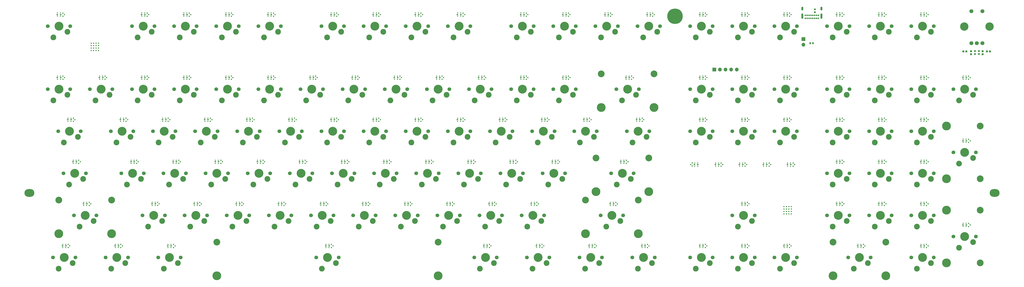
<source format=gts>
%TF.GenerationSoftware,KiCad,Pcbnew,(5.1.7)-1*%
%TF.CreationDate,2021-06-04T23:16:26-04:00*%
%TF.ProjectId,694200101,36393432-3030-4313-9031-2e6b69636164,rev?*%
%TF.SameCoordinates,Original*%
%TF.FileFunction,Soldermask,Top*%
%TF.FilePolarity,Negative*%
%FSLAX46Y46*%
G04 Gerber Fmt 4.6, Leading zero omitted, Abs format (unit mm)*
G04 Created by KiCad (PCBNEW (5.1.7)-1) date 2021-06-04 23:16:26*
%MOMM*%
%LPD*%
G01*
G04 APERTURE LIST*
%ADD10O,0.900000X1.700000*%
%ADD11O,0.900000X2.400000*%
%ADD12C,0.700000*%
%ADD13C,3.786000*%
%ADD14C,1.800000*%
%ADD15C,0.550000*%
%ADD16C,0.558800*%
%ADD17R,0.700000X0.500000*%
%ADD18R,0.550000X0.400000*%
%ADD19C,2.600000*%
%ADD20C,4.000000*%
%ADD21C,1.700000*%
%ADD22O,1.700000X1.700000*%
%ADD23R,1.700000X1.700000*%
%ADD24C,3.987800*%
%ADD25C,3.048000*%
%ADD26C,7.000000*%
%ADD27C,3.900000*%
%ADD28O,4.500000X3.500000*%
%ADD29R,0.812132X0.708142*%
%ADD30R,0.758142X0.812132*%
%ADD31R,0.862132X0.690831*%
%ADD32R,0.930000X0.970000*%
%ADD33R,0.970000X0.930000*%
G04 APERTURE END LIST*
D10*
%TO.C,J1*%
X359344000Y-1609000D03*
X350694000Y-1609000D03*
D11*
X359344000Y-4989000D03*
X350694000Y-4989000D03*
D12*
X355444000Y-4619000D03*
X357994000Y-4619000D03*
X357144000Y-4619000D03*
X356294000Y-4619000D03*
X352044000Y-4619000D03*
X353744000Y-4619000D03*
X354594000Y-4619000D03*
X352894000Y-4619000D03*
X357994000Y-5969000D03*
X357144000Y-5969000D03*
X356294000Y-5969000D03*
X355444000Y-5969000D03*
X354594000Y-5969000D03*
X353744000Y-5969000D03*
X352894000Y-5969000D03*
X352044000Y-5969000D03*
%TD*%
D13*
%TO.C,ENC1*%
X435305600Y-9724600D03*
X423905600Y-9724600D03*
D14*
X429605600Y-17224600D03*
X432105600Y-17224600D03*
X427105600Y-17224600D03*
X432105600Y-2724600D03*
X427105600Y-2724600D03*
%TD*%
D15*
%TO.C,U6*%
X342351999Y-91212400D03*
X343451999Y-91212400D03*
X344551999Y-91212400D03*
X345651999Y-91212400D03*
X342351999Y-92312400D03*
X343451999Y-92312400D03*
X344551999Y-92312400D03*
X345651999Y-92312400D03*
X342351999Y-93412400D03*
X343451999Y-93412400D03*
X344551999Y-93412400D03*
X345651999Y-93412400D03*
X342351999Y-94512400D03*
X343451999Y-94512400D03*
X344551999Y-94512400D03*
X345651999Y-94512400D03*
%TD*%
%TO.C,U5*%
X32384000Y-17273000D03*
X32384000Y-18373000D03*
X32384000Y-19473000D03*
X32384000Y-20573000D03*
X31284000Y-17273000D03*
X31284000Y-18373000D03*
X31284000Y-19473000D03*
X31284000Y-20573000D03*
X30184000Y-17273000D03*
X30184000Y-18373000D03*
X30184000Y-19473000D03*
X30184000Y-20573000D03*
X29084000Y-17273000D03*
X29084000Y-18373000D03*
X29084000Y-19473000D03*
X29084000Y-20573000D03*
%TD*%
D16*
%TO.C,D124*%
X68712500Y-71712000D03*
X69412500Y-70950000D03*
X68712500Y-70250000D03*
D17*
X66162500Y-70950000D03*
X67662500Y-70950000D03*
D18*
X66237500Y-71675000D03*
X67587500Y-71675000D03*
X66237500Y-70225000D03*
X67587500Y-70225000D03*
%TD*%
D16*
%TO.C,D220*%
X313964550Y-72962000D03*
X314664550Y-72200000D03*
X313964550Y-71500000D03*
D17*
X311414550Y-72200000D03*
X312914550Y-72200000D03*
D18*
X311489550Y-72925000D03*
X312839550Y-72925000D03*
X311489550Y-71475000D03*
X312839550Y-71475000D03*
%TD*%
D16*
%TO.C,D219*%
X406850000Y-5037000D03*
X407550000Y-4275000D03*
X406850000Y-3575000D03*
D17*
X404300000Y-4275000D03*
X405800000Y-4275000D03*
D18*
X404375000Y-5000000D03*
X405725000Y-5000000D03*
X404375000Y-3550000D03*
X405725000Y-3550000D03*
%TD*%
D16*
%TO.C,D218*%
X344937500Y-109812000D03*
X345637500Y-109050000D03*
X344937500Y-108350000D03*
D17*
X342387500Y-109050000D03*
X343887500Y-109050000D03*
D18*
X342462500Y-109775000D03*
X343812500Y-109775000D03*
X342462500Y-108325000D03*
X343812500Y-108325000D03*
%TD*%
D16*
%TO.C,D217*%
X300900000Y-71438000D03*
X300200000Y-72200000D03*
X300900000Y-72900000D03*
D17*
X303450000Y-72200000D03*
X301950000Y-72200000D03*
D18*
X303375000Y-71475000D03*
X302025000Y-71475000D03*
X303375000Y-72925000D03*
X302025000Y-72925000D03*
%TD*%
D16*
%TO.C,D216*%
X324809699Y-72962000D03*
X325509699Y-72200000D03*
X324809699Y-71500000D03*
D17*
X322259699Y-72200000D03*
X323759699Y-72200000D03*
D18*
X322334699Y-72925000D03*
X323684699Y-72925000D03*
X322334699Y-71475000D03*
X323684699Y-71475000D03*
%TD*%
D16*
%TO.C,D215*%
X387800000Y-5037000D03*
X388500000Y-4275000D03*
X387800000Y-3575000D03*
D17*
X385250000Y-4275000D03*
X386750000Y-4275000D03*
D18*
X385325000Y-5000000D03*
X386675000Y-5000000D03*
X385325000Y-3550000D03*
X386675000Y-3550000D03*
%TD*%
D16*
%TO.C,D214*%
X325887500Y-109812000D03*
X326587500Y-109050000D03*
X325887500Y-108350000D03*
D17*
X323337500Y-109050000D03*
X324837500Y-109050000D03*
D18*
X323412500Y-109775000D03*
X324762500Y-109775000D03*
X323412500Y-108325000D03*
X324762500Y-108325000D03*
%TD*%
D16*
%TO.C,D213*%
X325887500Y-90762000D03*
X326587500Y-90000000D03*
X325887500Y-89300000D03*
D17*
X323337500Y-90000000D03*
X324837500Y-90000000D03*
D18*
X323412500Y-90725000D03*
X324762500Y-90725000D03*
X323412500Y-89275000D03*
X324762500Y-89275000D03*
%TD*%
D16*
%TO.C,D212*%
X335654848Y-72962000D03*
X336354848Y-72200000D03*
X335654848Y-71500000D03*
D17*
X333104848Y-72200000D03*
X334604848Y-72200000D03*
D18*
X333179848Y-72925000D03*
X334529848Y-72925000D03*
X333179848Y-71475000D03*
X334529848Y-71475000D03*
%TD*%
D16*
%TO.C,D211*%
X368750000Y-5037000D03*
X369450000Y-4275000D03*
X368750000Y-3575000D03*
D17*
X366200000Y-4275000D03*
X367700000Y-4275000D03*
D18*
X366275000Y-5000000D03*
X367625000Y-5000000D03*
X366275000Y-3550000D03*
X367625000Y-3550000D03*
%TD*%
D16*
%TO.C,D210*%
X306837500Y-109812000D03*
X307537500Y-109050000D03*
X306837500Y-108350000D03*
D17*
X304287500Y-109050000D03*
X305787500Y-109050000D03*
D18*
X304362500Y-109775000D03*
X305712500Y-109775000D03*
X304362500Y-108325000D03*
X305712500Y-108325000D03*
%TD*%
D16*
%TO.C,D209*%
X266356250Y-90762000D03*
X267056250Y-90000000D03*
X266356250Y-89300000D03*
D17*
X263806250Y-90000000D03*
X265306250Y-90000000D03*
D18*
X263881250Y-90725000D03*
X265231250Y-90725000D03*
X263881250Y-89275000D03*
X265231250Y-89275000D03*
%TD*%
D16*
%TO.C,D208*%
X346500000Y-72962000D03*
X347200000Y-72200000D03*
X346500000Y-71500000D03*
D17*
X343950000Y-72200000D03*
X345450000Y-72200000D03*
D18*
X344025000Y-72925000D03*
X345375000Y-72925000D03*
X344025000Y-71475000D03*
X345375000Y-71475000D03*
%TD*%
D16*
%TO.C,D207*%
X368750000Y-33612000D03*
X369450000Y-32850000D03*
X368750000Y-32150000D03*
D17*
X366200000Y-32850000D03*
X367700000Y-32850000D03*
D18*
X366275000Y-33575000D03*
X367625000Y-33575000D03*
X366275000Y-32125000D03*
X367625000Y-32125000D03*
%TD*%
D16*
%TO.C,D206*%
X280643750Y-109812000D03*
X281343750Y-109050000D03*
X280643750Y-108350000D03*
D17*
X278093750Y-109050000D03*
X279593750Y-109050000D03*
D18*
X278168750Y-109775000D03*
X279518750Y-109775000D03*
X278168750Y-108325000D03*
X279518750Y-108325000D03*
%TD*%
D16*
%TO.C,D205*%
X230637500Y-90762000D03*
X231337500Y-90000000D03*
X230637500Y-89300000D03*
D17*
X228087500Y-90000000D03*
X229587500Y-90000000D03*
D18*
X228162500Y-90725000D03*
X229512500Y-90725000D03*
X228162500Y-89275000D03*
X229512500Y-89275000D03*
%TD*%
D16*
%TO.C,D204*%
X425900000Y-33612000D03*
X426600000Y-32850000D03*
X425900000Y-32150000D03*
D17*
X423350000Y-32850000D03*
X424850000Y-32850000D03*
D18*
X423425000Y-33575000D03*
X424775000Y-33575000D03*
X423425000Y-32125000D03*
X424775000Y-32125000D03*
%TD*%
D16*
%TO.C,D203*%
X387800000Y-33612000D03*
X388500000Y-32850000D03*
X387800000Y-32150000D03*
D17*
X385250000Y-32850000D03*
X386750000Y-32850000D03*
D18*
X385325000Y-33575000D03*
X386675000Y-33575000D03*
X385325000Y-32125000D03*
X386675000Y-32125000D03*
%TD*%
D16*
%TO.C,D202*%
X256831250Y-109812000D03*
X257531250Y-109050000D03*
X256831250Y-108350000D03*
D17*
X254281250Y-109050000D03*
X255781250Y-109050000D03*
D18*
X254356250Y-109775000D03*
X255706250Y-109775000D03*
X254356250Y-108325000D03*
X255706250Y-108325000D03*
%TD*%
D16*
%TO.C,D201*%
X211587500Y-90762000D03*
X212287500Y-90000000D03*
X211587500Y-89300000D03*
D17*
X209037500Y-90000000D03*
X210537500Y-90000000D03*
D18*
X209112500Y-90725000D03*
X210462500Y-90725000D03*
X209112500Y-89275000D03*
X210462500Y-89275000D03*
%TD*%
D16*
%TO.C,D200*%
X378275000Y-109812000D03*
X378975000Y-109050000D03*
X378275000Y-108350000D03*
D17*
X375725000Y-109050000D03*
X377225000Y-109050000D03*
D18*
X375800000Y-109775000D03*
X377150000Y-109775000D03*
X375800000Y-108325000D03*
X377150000Y-108325000D03*
%TD*%
D16*
%TO.C,D199*%
X368750000Y-52662000D03*
X369450000Y-51900000D03*
X368750000Y-51200000D03*
D17*
X366200000Y-51900000D03*
X367700000Y-51900000D03*
D18*
X366275000Y-52625000D03*
X367625000Y-52625000D03*
X366275000Y-51175000D03*
X367625000Y-51175000D03*
%TD*%
D16*
%TO.C,D198*%
X233018750Y-109812000D03*
X233718750Y-109050000D03*
X233018750Y-108350000D03*
D17*
X230468750Y-109050000D03*
X231968750Y-109050000D03*
D18*
X230543750Y-109775000D03*
X231893750Y-109775000D03*
X230543750Y-108325000D03*
X231893750Y-108325000D03*
%TD*%
D16*
%TO.C,D197*%
X192537500Y-90762000D03*
X193237500Y-90000000D03*
X192537500Y-89300000D03*
D17*
X189987500Y-90000000D03*
X191487500Y-90000000D03*
D18*
X190062500Y-90725000D03*
X191412500Y-90725000D03*
X190062500Y-89275000D03*
X191412500Y-89275000D03*
%TD*%
D16*
%TO.C,D196*%
X425900000Y-62187000D03*
X426600000Y-61425000D03*
X425900000Y-60725000D03*
D17*
X423350000Y-61425000D03*
X424850000Y-61425000D03*
D18*
X423425000Y-62150000D03*
X424775000Y-62150000D03*
X423425000Y-60700000D03*
X424775000Y-60700000D03*
%TD*%
D16*
%TO.C,D195*%
X406850000Y-52662000D03*
X407550000Y-51900000D03*
X406850000Y-51200000D03*
D17*
X404300000Y-51900000D03*
X405800000Y-51900000D03*
D18*
X404375000Y-52625000D03*
X405725000Y-52625000D03*
X404375000Y-51175000D03*
X405725000Y-51175000D03*
%TD*%
D16*
%TO.C,D194*%
X209206250Y-109812000D03*
X209906250Y-109050000D03*
X209206250Y-108350000D03*
D17*
X206656250Y-109050000D03*
X208156250Y-109050000D03*
D18*
X206731250Y-109775000D03*
X208081250Y-109775000D03*
X206731250Y-108325000D03*
X208081250Y-108325000D03*
%TD*%
D16*
%TO.C,D193*%
X173487500Y-90762000D03*
X174187500Y-90000000D03*
X173487500Y-89300000D03*
D17*
X170937500Y-90000000D03*
X172437500Y-90000000D03*
D18*
X171012500Y-90725000D03*
X172362500Y-90725000D03*
X171012500Y-89275000D03*
X172362500Y-89275000D03*
%TD*%
D16*
%TO.C,D192*%
X425900000Y-100287000D03*
X426600000Y-99525000D03*
X425900000Y-98825000D03*
D17*
X423350000Y-99525000D03*
X424850000Y-99525000D03*
D18*
X423425000Y-100250000D03*
X424775000Y-100250000D03*
X423425000Y-98800000D03*
X424775000Y-98800000D03*
%TD*%
D16*
%TO.C,D191*%
X387800000Y-52662000D03*
X388500000Y-51900000D03*
X387800000Y-51200000D03*
D17*
X385250000Y-51900000D03*
X386750000Y-51900000D03*
D18*
X385325000Y-52625000D03*
X386675000Y-52625000D03*
X385325000Y-51175000D03*
X386675000Y-51175000D03*
%TD*%
D16*
%TO.C,D190*%
X137768750Y-109812000D03*
X138468750Y-109050000D03*
X137768750Y-108350000D03*
D17*
X135218750Y-109050000D03*
X136718750Y-109050000D03*
D18*
X135293750Y-109775000D03*
X136643750Y-109775000D03*
X135293750Y-108325000D03*
X136643750Y-108325000D03*
%TD*%
D16*
%TO.C,D189*%
X154437500Y-90762000D03*
X155137500Y-90000000D03*
X154437500Y-89300000D03*
D17*
X151887500Y-90000000D03*
X153387500Y-90000000D03*
D18*
X151962500Y-90725000D03*
X153312500Y-90725000D03*
X151962500Y-89275000D03*
X153312500Y-89275000D03*
%TD*%
D16*
%TO.C,D188*%
X406850000Y-109812000D03*
X407550000Y-109050000D03*
X406850000Y-108350000D03*
D17*
X404300000Y-109050000D03*
X405800000Y-109050000D03*
D18*
X404375000Y-109775000D03*
X405725000Y-109775000D03*
X404375000Y-108325000D03*
X405725000Y-108325000D03*
%TD*%
D16*
%TO.C,D187*%
X406850000Y-33612000D03*
X407550000Y-32850000D03*
X406850000Y-32150000D03*
D17*
X404300000Y-32850000D03*
X405800000Y-32850000D03*
D18*
X404375000Y-33575000D03*
X405725000Y-33575000D03*
X404375000Y-32125000D03*
X405725000Y-32125000D03*
%TD*%
D16*
%TO.C,D186*%
X116337500Y-90762000D03*
X117037500Y-90000000D03*
X116337500Y-89300000D03*
D17*
X113787500Y-90000000D03*
X115287500Y-90000000D03*
D18*
X113862500Y-90725000D03*
X115212500Y-90725000D03*
X113862500Y-89275000D03*
X115212500Y-89275000D03*
%TD*%
D16*
%TO.C,D185*%
X135387500Y-90762000D03*
X136087500Y-90000000D03*
X135387500Y-89300000D03*
D17*
X132837500Y-90000000D03*
X134337500Y-90000000D03*
D18*
X132912500Y-90725000D03*
X134262500Y-90725000D03*
X132912500Y-89275000D03*
X134262500Y-89275000D03*
%TD*%
D16*
%TO.C,D184*%
X406850000Y-90762000D03*
X407550000Y-90000000D03*
X406850000Y-89300000D03*
D17*
X404300000Y-90000000D03*
X405800000Y-90000000D03*
D18*
X404375000Y-90725000D03*
X405725000Y-90725000D03*
X404375000Y-89275000D03*
X405725000Y-89275000D03*
%TD*%
D16*
%TO.C,D183*%
X406850000Y-71712000D03*
X407550000Y-70950000D03*
X406850000Y-70250000D03*
D17*
X404300000Y-70950000D03*
X405800000Y-70950000D03*
D18*
X404375000Y-71675000D03*
X405725000Y-71675000D03*
X404375000Y-70225000D03*
X405725000Y-70225000D03*
%TD*%
D16*
%TO.C,D182*%
X66331250Y-109812000D03*
X67031250Y-109050000D03*
X66331250Y-108350000D03*
D17*
X63781250Y-109050000D03*
X65281250Y-109050000D03*
D18*
X63856250Y-109775000D03*
X65206250Y-109775000D03*
X63856250Y-108325000D03*
X65206250Y-108325000D03*
%TD*%
D16*
%TO.C,D181*%
X97287500Y-90762000D03*
X97987500Y-90000000D03*
X97287500Y-89300000D03*
D17*
X94737500Y-90000000D03*
X96237500Y-90000000D03*
D18*
X94812500Y-90725000D03*
X96162500Y-90725000D03*
X94812500Y-89275000D03*
X96162500Y-89275000D03*
%TD*%
D16*
%TO.C,D180*%
X387800000Y-90762000D03*
X388500000Y-90000000D03*
X387800000Y-89300000D03*
D17*
X385250000Y-90000000D03*
X386750000Y-90000000D03*
D18*
X385325000Y-90725000D03*
X386675000Y-90725000D03*
X385325000Y-89275000D03*
X386675000Y-89275000D03*
%TD*%
D16*
%TO.C,D179*%
X387800000Y-71712000D03*
X388500000Y-70950000D03*
X387800000Y-70250000D03*
D17*
X385250000Y-70950000D03*
X386750000Y-70950000D03*
D18*
X385325000Y-71675000D03*
X386675000Y-71675000D03*
X385325000Y-70225000D03*
X386675000Y-70225000D03*
%TD*%
D16*
%TO.C,D178*%
X42518750Y-109812000D03*
X43218750Y-109050000D03*
X42518750Y-108350000D03*
D17*
X39968750Y-109050000D03*
X41468750Y-109050000D03*
D18*
X40043750Y-109775000D03*
X41393750Y-109775000D03*
X40043750Y-108325000D03*
X41393750Y-108325000D03*
%TD*%
D16*
%TO.C,D177*%
X78237500Y-90762000D03*
X78937500Y-90000000D03*
X78237500Y-89300000D03*
D17*
X75687500Y-90000000D03*
X77187500Y-90000000D03*
D18*
X75762500Y-90725000D03*
X77112500Y-90725000D03*
X75762500Y-89275000D03*
X77112500Y-89275000D03*
%TD*%
D16*
%TO.C,D176*%
X368750000Y-90762000D03*
X369450000Y-90000000D03*
X368750000Y-89300000D03*
D17*
X366200000Y-90000000D03*
X367700000Y-90000000D03*
D18*
X366275000Y-90725000D03*
X367625000Y-90725000D03*
X366275000Y-89275000D03*
X367625000Y-89275000D03*
%TD*%
D16*
%TO.C,D175*%
X368750000Y-71712000D03*
X369450000Y-70950000D03*
X368750000Y-70250000D03*
D17*
X366200000Y-70950000D03*
X367700000Y-70950000D03*
D18*
X366275000Y-71675000D03*
X367625000Y-71675000D03*
X366275000Y-70225000D03*
X367625000Y-70225000D03*
%TD*%
D16*
%TO.C,D174*%
X18706250Y-109812000D03*
X19406250Y-109050000D03*
X18706250Y-108350000D03*
D17*
X16156250Y-109050000D03*
X17656250Y-109050000D03*
D18*
X16231250Y-109775000D03*
X17581250Y-109775000D03*
X16231250Y-108325000D03*
X17581250Y-108325000D03*
%TD*%
D16*
%TO.C,D173*%
X59187500Y-90762000D03*
X59887500Y-90000000D03*
X59187500Y-89300000D03*
D17*
X56637500Y-90000000D03*
X58137500Y-90000000D03*
D18*
X56712500Y-90725000D03*
X58062500Y-90725000D03*
X56712500Y-89275000D03*
X58062500Y-89275000D03*
%TD*%
D16*
%TO.C,D172*%
X344937500Y-33612000D03*
X345637500Y-32850000D03*
X344937500Y-32150000D03*
D17*
X342387500Y-32850000D03*
X343887500Y-32850000D03*
D18*
X342462500Y-33575000D03*
X343812500Y-33575000D03*
X342462500Y-32125000D03*
X343812500Y-32125000D03*
%TD*%
D16*
%TO.C,D171*%
X325887500Y-52662000D03*
X326587500Y-51900000D03*
X325887500Y-51200000D03*
D17*
X323337500Y-51900000D03*
X324837500Y-51900000D03*
D18*
X323412500Y-52625000D03*
X324762500Y-52625000D03*
X323412500Y-51175000D03*
X324762500Y-51175000D03*
%TD*%
D16*
%TO.C,D170*%
X325887500Y-33612000D03*
X326587500Y-32850000D03*
X325887500Y-32150000D03*
D17*
X323337500Y-32850000D03*
X324837500Y-32850000D03*
D18*
X323412500Y-33575000D03*
X324762500Y-33575000D03*
X323412500Y-32125000D03*
X324762500Y-32125000D03*
%TD*%
D16*
%TO.C,D169*%
X344937500Y-5037000D03*
X345637500Y-4275000D03*
X344937500Y-3575000D03*
D17*
X342387500Y-4275000D03*
X343887500Y-4275000D03*
D18*
X342462500Y-5000000D03*
X343812500Y-5000000D03*
X342462500Y-3550000D03*
X343812500Y-3550000D03*
%TD*%
D16*
%TO.C,D168*%
X344937500Y-52662000D03*
X345637500Y-51900000D03*
X344937500Y-51200000D03*
D17*
X342387500Y-51900000D03*
X343887500Y-51900000D03*
D18*
X342462500Y-52625000D03*
X343812500Y-52625000D03*
X342462500Y-51175000D03*
X343812500Y-51175000D03*
%TD*%
D16*
%TO.C,D167*%
X306837500Y-52662000D03*
X307537500Y-51900000D03*
X306837500Y-51200000D03*
D17*
X304287500Y-51900000D03*
X305787500Y-51900000D03*
D18*
X304362500Y-52625000D03*
X305712500Y-52625000D03*
X304362500Y-51175000D03*
X305712500Y-51175000D03*
%TD*%
D16*
%TO.C,D166*%
X306837500Y-33612000D03*
X307537500Y-32850000D03*
X306837500Y-32150000D03*
D17*
X304287500Y-32850000D03*
X305787500Y-32850000D03*
D18*
X304362500Y-33575000D03*
X305712500Y-33575000D03*
X304362500Y-32125000D03*
X305712500Y-32125000D03*
%TD*%
D16*
%TO.C,D165*%
X325887500Y-5037000D03*
X326587500Y-4275000D03*
X325887500Y-3575000D03*
D17*
X323337500Y-4275000D03*
X324837500Y-4275000D03*
D18*
X323412500Y-5000000D03*
X324762500Y-5000000D03*
X323412500Y-3550000D03*
X324762500Y-3550000D03*
%TD*%
D16*
%TO.C,D164*%
X271118750Y-71712000D03*
X271818750Y-70950000D03*
X271118750Y-70250000D03*
D17*
X268568750Y-70950000D03*
X270068750Y-70950000D03*
D18*
X268643750Y-71675000D03*
X269993750Y-71675000D03*
X268643750Y-70225000D03*
X269993750Y-70225000D03*
%TD*%
D16*
%TO.C,D163*%
X278262500Y-52662000D03*
X278962500Y-51900000D03*
X278262500Y-51200000D03*
D17*
X275712500Y-51900000D03*
X277212500Y-51900000D03*
D18*
X275787500Y-52625000D03*
X277137500Y-52625000D03*
X275787500Y-51175000D03*
X277137500Y-51175000D03*
%TD*%
D16*
%TO.C,D162*%
X273500000Y-33612000D03*
X274200000Y-32850000D03*
X273500000Y-32150000D03*
D17*
X270950000Y-32850000D03*
X272450000Y-32850000D03*
D18*
X271025000Y-33575000D03*
X272375000Y-33575000D03*
X271025000Y-32125000D03*
X272375000Y-32125000D03*
%TD*%
D16*
%TO.C,D161*%
X306837500Y-5037000D03*
X307537500Y-4275000D03*
X306837500Y-3575000D03*
D17*
X304287500Y-4275000D03*
X305787500Y-4275000D03*
D18*
X304362500Y-5000000D03*
X305712500Y-5000000D03*
X304362500Y-3550000D03*
X305712500Y-3550000D03*
%TD*%
D16*
%TO.C,D160*%
X240162500Y-71712000D03*
X240862500Y-70950000D03*
X240162500Y-70250000D03*
D17*
X237612500Y-70950000D03*
X239112500Y-70950000D03*
D18*
X237687500Y-71675000D03*
X239037500Y-71675000D03*
X237687500Y-70225000D03*
X239037500Y-70225000D03*
%TD*%
D16*
%TO.C,D159*%
X254450000Y-52662000D03*
X255150000Y-51900000D03*
X254450000Y-51200000D03*
D17*
X251900000Y-51900000D03*
X253400000Y-51900000D03*
D18*
X251975000Y-52625000D03*
X253325000Y-52625000D03*
X251975000Y-51175000D03*
X253325000Y-51175000D03*
%TD*%
D16*
%TO.C,D158*%
X244925000Y-33612000D03*
X245625000Y-32850000D03*
X244925000Y-32150000D03*
D17*
X242375000Y-32850000D03*
X243875000Y-32850000D03*
D18*
X242450000Y-33575000D03*
X243800000Y-33575000D03*
X242450000Y-32125000D03*
X243800000Y-32125000D03*
%TD*%
D16*
%TO.C,D157*%
X283025000Y-5037000D03*
X283725000Y-4275000D03*
X283025000Y-3575000D03*
D17*
X280475000Y-4275000D03*
X281975000Y-4275000D03*
D18*
X280550000Y-5000000D03*
X281900000Y-5000000D03*
X280550000Y-3550000D03*
X281900000Y-3550000D03*
%TD*%
D16*
%TO.C,D156*%
X221112500Y-71712000D03*
X221812500Y-70950000D03*
X221112500Y-70250000D03*
D17*
X218562500Y-70950000D03*
X220062500Y-70950000D03*
D18*
X218637500Y-71675000D03*
X219987500Y-71675000D03*
X218637500Y-70225000D03*
X219987500Y-70225000D03*
%TD*%
D16*
%TO.C,D155*%
X235400000Y-52662000D03*
X236100000Y-51900000D03*
X235400000Y-51200000D03*
D17*
X232850000Y-51900000D03*
X234350000Y-51900000D03*
D18*
X232925000Y-52625000D03*
X234275000Y-52625000D03*
X232925000Y-51175000D03*
X234275000Y-51175000D03*
%TD*%
D16*
%TO.C,D154*%
X225875000Y-33612000D03*
X226575000Y-32850000D03*
X225875000Y-32150000D03*
D17*
X223325000Y-32850000D03*
X224825000Y-32850000D03*
D18*
X223400000Y-33575000D03*
X224750000Y-33575000D03*
X223400000Y-32125000D03*
X224750000Y-32125000D03*
%TD*%
D16*
%TO.C,D153*%
X263975000Y-5037000D03*
X264675000Y-4275000D03*
X263975000Y-3575000D03*
D17*
X261425000Y-4275000D03*
X262925000Y-4275000D03*
D18*
X261500000Y-5000000D03*
X262850000Y-5000000D03*
X261500000Y-3550000D03*
X262850000Y-3550000D03*
%TD*%
D16*
%TO.C,D152*%
X202062500Y-71712000D03*
X202762500Y-70950000D03*
X202062500Y-70250000D03*
D17*
X199512500Y-70950000D03*
X201012500Y-70950000D03*
D18*
X199587500Y-71675000D03*
X200937500Y-71675000D03*
X199587500Y-70225000D03*
X200937500Y-70225000D03*
%TD*%
D16*
%TO.C,D151*%
X216350000Y-52662000D03*
X217050000Y-51900000D03*
X216350000Y-51200000D03*
D17*
X213800000Y-51900000D03*
X215300000Y-51900000D03*
D18*
X213875000Y-52625000D03*
X215225000Y-52625000D03*
X213875000Y-51175000D03*
X215225000Y-51175000D03*
%TD*%
D16*
%TO.C,D150*%
X206825000Y-33612000D03*
X207525000Y-32850000D03*
X206825000Y-32150000D03*
D17*
X204275000Y-32850000D03*
X205775000Y-32850000D03*
D18*
X204350000Y-33575000D03*
X205700000Y-33575000D03*
X204350000Y-32125000D03*
X205700000Y-32125000D03*
%TD*%
D16*
%TO.C,D149*%
X244925000Y-5037000D03*
X245625000Y-4275000D03*
X244925000Y-3575000D03*
D17*
X242375000Y-4275000D03*
X243875000Y-4275000D03*
D18*
X242450000Y-5000000D03*
X243800000Y-5000000D03*
X242450000Y-3550000D03*
X243800000Y-3550000D03*
%TD*%
D16*
%TO.C,D148*%
X183012500Y-71712000D03*
X183712500Y-70950000D03*
X183012500Y-70250000D03*
D17*
X180462500Y-70950000D03*
X181962500Y-70950000D03*
D18*
X180537500Y-71675000D03*
X181887500Y-71675000D03*
X180537500Y-70225000D03*
X181887500Y-70225000D03*
%TD*%
D16*
%TO.C,D147*%
X197300000Y-52662000D03*
X198000000Y-51900000D03*
X197300000Y-51200000D03*
D17*
X194750000Y-51900000D03*
X196250000Y-51900000D03*
D18*
X194825000Y-52625000D03*
X196175000Y-52625000D03*
X194825000Y-51175000D03*
X196175000Y-51175000D03*
%TD*%
D16*
%TO.C,D146*%
X187775000Y-33612000D03*
X188475000Y-32850000D03*
X187775000Y-32150000D03*
D17*
X185225000Y-32850000D03*
X186725000Y-32850000D03*
D18*
X185300000Y-33575000D03*
X186650000Y-33575000D03*
X185300000Y-32125000D03*
X186650000Y-32125000D03*
%TD*%
D16*
%TO.C,D145*%
X225875000Y-5037000D03*
X226575000Y-4275000D03*
X225875000Y-3575000D03*
D17*
X223325000Y-4275000D03*
X224825000Y-4275000D03*
D18*
X223400000Y-5000000D03*
X224750000Y-5000000D03*
X223400000Y-3550000D03*
X224750000Y-3550000D03*
%TD*%
D16*
%TO.C,D144*%
X163962500Y-71712000D03*
X164662500Y-70950000D03*
X163962500Y-70250000D03*
D17*
X161412500Y-70950000D03*
X162912500Y-70950000D03*
D18*
X161487500Y-71675000D03*
X162837500Y-71675000D03*
X161487500Y-70225000D03*
X162837500Y-70225000D03*
%TD*%
D16*
%TO.C,D143*%
X178250000Y-52662000D03*
X178950000Y-51900000D03*
X178250000Y-51200000D03*
D17*
X175700000Y-51900000D03*
X177200000Y-51900000D03*
D18*
X175775000Y-52625000D03*
X177125000Y-52625000D03*
X175775000Y-51175000D03*
X177125000Y-51175000D03*
%TD*%
D16*
%TO.C,D142*%
X168725000Y-33612000D03*
X169425000Y-32850000D03*
X168725000Y-32150000D03*
D17*
X166175000Y-32850000D03*
X167675000Y-32850000D03*
D18*
X166250000Y-33575000D03*
X167600000Y-33575000D03*
X166250000Y-32125000D03*
X167600000Y-32125000D03*
%TD*%
D16*
%TO.C,D141*%
X197300000Y-5037000D03*
X198000000Y-4275000D03*
X197300000Y-3575000D03*
D17*
X194750000Y-4275000D03*
X196250000Y-4275000D03*
D18*
X194825000Y-5000000D03*
X196175000Y-5000000D03*
X194825000Y-3550000D03*
X196175000Y-3550000D03*
%TD*%
D16*
%TO.C,D140*%
X144912500Y-71712000D03*
X145612500Y-70950000D03*
X144912500Y-70250000D03*
D17*
X142362500Y-70950000D03*
X143862500Y-70950000D03*
D18*
X142437500Y-71675000D03*
X143787500Y-71675000D03*
X142437500Y-70225000D03*
X143787500Y-70225000D03*
%TD*%
D16*
%TO.C,D139*%
X159200000Y-52662000D03*
X159900000Y-51900000D03*
X159200000Y-51200000D03*
D17*
X156650000Y-51900000D03*
X158150000Y-51900000D03*
D18*
X156725000Y-52625000D03*
X158075000Y-52625000D03*
X156725000Y-51175000D03*
X158075000Y-51175000D03*
%TD*%
D16*
%TO.C,D138*%
X149675000Y-33612000D03*
X150375000Y-32850000D03*
X149675000Y-32150000D03*
D17*
X147125000Y-32850000D03*
X148625000Y-32850000D03*
D18*
X147200000Y-33575000D03*
X148550000Y-33575000D03*
X147200000Y-32125000D03*
X148550000Y-32125000D03*
%TD*%
D16*
%TO.C,D137*%
X178250000Y-5037000D03*
X178950000Y-4275000D03*
X178250000Y-3575000D03*
D17*
X175700000Y-4275000D03*
X177200000Y-4275000D03*
D18*
X175775000Y-5000000D03*
X177125000Y-5000000D03*
X175775000Y-3550000D03*
X177125000Y-3550000D03*
%TD*%
D16*
%TO.C,D136*%
X125862500Y-71712000D03*
X126562500Y-70950000D03*
X125862500Y-70250000D03*
D17*
X123312500Y-70950000D03*
X124812500Y-70950000D03*
D18*
X123387500Y-71675000D03*
X124737500Y-71675000D03*
X123387500Y-70225000D03*
X124737500Y-70225000D03*
%TD*%
D16*
%TO.C,D135*%
X140150000Y-52662000D03*
X140850000Y-51900000D03*
X140150000Y-51200000D03*
D17*
X137600000Y-51900000D03*
X139100000Y-51900000D03*
D18*
X137675000Y-52625000D03*
X139025000Y-52625000D03*
X137675000Y-51175000D03*
X139025000Y-51175000D03*
%TD*%
D16*
%TO.C,D134*%
X130625000Y-33612000D03*
X131325000Y-32850000D03*
X130625000Y-32150000D03*
D17*
X128075000Y-32850000D03*
X129575000Y-32850000D03*
D18*
X128150000Y-33575000D03*
X129500000Y-33575000D03*
X128150000Y-32125000D03*
X129500000Y-32125000D03*
%TD*%
D16*
%TO.C,D133*%
X159200000Y-5037000D03*
X159900000Y-4275000D03*
X159200000Y-3575000D03*
D17*
X156650000Y-4275000D03*
X158150000Y-4275000D03*
D18*
X156725000Y-5000000D03*
X158075000Y-5000000D03*
X156725000Y-3550000D03*
X158075000Y-3550000D03*
%TD*%
D16*
%TO.C,D132*%
X106812500Y-71712000D03*
X107512500Y-70950000D03*
X106812500Y-70250000D03*
D17*
X104262500Y-70950000D03*
X105762500Y-70950000D03*
D18*
X104337500Y-71675000D03*
X105687500Y-71675000D03*
X104337500Y-70225000D03*
X105687500Y-70225000D03*
%TD*%
D16*
%TO.C,D131*%
X121100000Y-52662000D03*
X121800000Y-51900000D03*
X121100000Y-51200000D03*
D17*
X118550000Y-51900000D03*
X120050000Y-51900000D03*
D18*
X118625000Y-52625000D03*
X119975000Y-52625000D03*
X118625000Y-51175000D03*
X119975000Y-51175000D03*
%TD*%
D16*
%TO.C,D130*%
X111575000Y-33612000D03*
X112275000Y-32850000D03*
X111575000Y-32150000D03*
D17*
X109025000Y-32850000D03*
X110525000Y-32850000D03*
D18*
X109100000Y-33575000D03*
X110450000Y-33575000D03*
X109100000Y-32125000D03*
X110450000Y-32125000D03*
%TD*%
D16*
%TO.C,D129*%
X140150000Y-5037000D03*
X140850000Y-4275000D03*
X140150000Y-3575000D03*
D17*
X137600000Y-4275000D03*
X139100000Y-4275000D03*
D18*
X137675000Y-5000000D03*
X139025000Y-5000000D03*
X137675000Y-3550000D03*
X139025000Y-3550000D03*
%TD*%
D16*
%TO.C,D128*%
X87762500Y-71712000D03*
X88462500Y-70950000D03*
X87762500Y-70250000D03*
D17*
X85212500Y-70950000D03*
X86712500Y-70950000D03*
D18*
X85287500Y-71675000D03*
X86637500Y-71675000D03*
X85287500Y-70225000D03*
X86637500Y-70225000D03*
%TD*%
D16*
%TO.C,D127*%
X102050000Y-52662000D03*
X102750000Y-51900000D03*
X102050000Y-51200000D03*
D17*
X99500000Y-51900000D03*
X101000000Y-51900000D03*
D18*
X99575000Y-52625000D03*
X100925000Y-52625000D03*
X99575000Y-51175000D03*
X100925000Y-51175000D03*
%TD*%
D16*
%TO.C,D126*%
X92525000Y-33612000D03*
X93225000Y-32850000D03*
X92525000Y-32150000D03*
D17*
X89975000Y-32850000D03*
X91475000Y-32850000D03*
D18*
X90050000Y-33575000D03*
X91400000Y-33575000D03*
X90050000Y-32125000D03*
X91400000Y-32125000D03*
%TD*%
D16*
%TO.C,D125*%
X111575000Y-5037000D03*
X112275000Y-4275000D03*
X111575000Y-3575000D03*
D17*
X109025000Y-4275000D03*
X110525000Y-4275000D03*
D18*
X109100000Y-5000000D03*
X110450000Y-5000000D03*
X109100000Y-3550000D03*
X110450000Y-3550000D03*
%TD*%
D16*
%TO.C,D123*%
X83000000Y-52662000D03*
X83700000Y-51900000D03*
X83000000Y-51200000D03*
D17*
X80450000Y-51900000D03*
X81950000Y-51900000D03*
D18*
X80525000Y-52625000D03*
X81875000Y-52625000D03*
X80525000Y-51175000D03*
X81875000Y-51175000D03*
%TD*%
D16*
%TO.C,D122*%
X73475000Y-33612000D03*
X74175000Y-32850000D03*
X73475000Y-32150000D03*
D17*
X70925000Y-32850000D03*
X72425000Y-32850000D03*
D18*
X71000000Y-33575000D03*
X72350000Y-33575000D03*
X71000000Y-32125000D03*
X72350000Y-32125000D03*
%TD*%
D16*
%TO.C,D121*%
X92525000Y-5037000D03*
X93225000Y-4275000D03*
X92525000Y-3575000D03*
D17*
X89975000Y-4275000D03*
X91475000Y-4275000D03*
D18*
X90050000Y-5000000D03*
X91400000Y-5000000D03*
X90050000Y-3550000D03*
X91400000Y-3550000D03*
%TD*%
D16*
%TO.C,D120*%
X49662500Y-71712000D03*
X50362500Y-70950000D03*
X49662500Y-70250000D03*
D17*
X47112500Y-70950000D03*
X48612500Y-70950000D03*
D18*
X47187500Y-71675000D03*
X48537500Y-71675000D03*
X47187500Y-70225000D03*
X48537500Y-70225000D03*
%TD*%
D16*
%TO.C,D119*%
X63950000Y-52662000D03*
X64650000Y-51900000D03*
X63950000Y-51200000D03*
D17*
X61400000Y-51900000D03*
X62900000Y-51900000D03*
D18*
X61475000Y-52625000D03*
X62825000Y-52625000D03*
X61475000Y-51175000D03*
X62825000Y-51175000D03*
%TD*%
D16*
%TO.C,D118*%
X54425000Y-33612000D03*
X55125000Y-32850000D03*
X54425000Y-32150000D03*
D17*
X51875000Y-32850000D03*
X53375000Y-32850000D03*
D18*
X51950000Y-33575000D03*
X53300000Y-33575000D03*
X51950000Y-32125000D03*
X53300000Y-32125000D03*
%TD*%
D16*
%TO.C,D117*%
X73475000Y-5037000D03*
X74175000Y-4275000D03*
X73475000Y-3575000D03*
D17*
X70925000Y-4275000D03*
X72425000Y-4275000D03*
D18*
X71000000Y-5000000D03*
X72350000Y-5000000D03*
X71000000Y-3550000D03*
X72350000Y-3550000D03*
%TD*%
D16*
%TO.C,D116*%
X28231250Y-90762000D03*
X28931250Y-90000000D03*
X28231250Y-89300000D03*
D17*
X25681250Y-90000000D03*
X27181250Y-90000000D03*
D18*
X25756250Y-90725000D03*
X27106250Y-90725000D03*
X25756250Y-89275000D03*
X27106250Y-89275000D03*
%TD*%
D16*
%TO.C,D115*%
X44900000Y-52662000D03*
X45600000Y-51900000D03*
X44900000Y-51200000D03*
D17*
X42350000Y-51900000D03*
X43850000Y-51900000D03*
D18*
X42425000Y-52625000D03*
X43775000Y-52625000D03*
X42425000Y-51175000D03*
X43775000Y-51175000D03*
%TD*%
D16*
%TO.C,D114*%
X35375000Y-33612000D03*
X36075000Y-32850000D03*
X35375000Y-32150000D03*
D17*
X32825000Y-32850000D03*
X34325000Y-32850000D03*
D18*
X32900000Y-33575000D03*
X34250000Y-33575000D03*
X32900000Y-32125000D03*
X34250000Y-32125000D03*
%TD*%
D16*
%TO.C,D113*%
X54425000Y-5037000D03*
X55125000Y-4275000D03*
X54425000Y-3575000D03*
D17*
X51875000Y-4275000D03*
X53375000Y-4275000D03*
D18*
X51950000Y-5000000D03*
X53300000Y-5000000D03*
X51950000Y-3550000D03*
X53300000Y-3550000D03*
%TD*%
D16*
%TO.C,D112*%
X23468750Y-71712000D03*
X24168750Y-70950000D03*
X23468750Y-70250000D03*
D17*
X20918750Y-70950000D03*
X22418750Y-70950000D03*
D18*
X20993750Y-71675000D03*
X22343750Y-71675000D03*
X20993750Y-70225000D03*
X22343750Y-70225000D03*
%TD*%
D16*
%TO.C,D111*%
X21087500Y-52662000D03*
X21787500Y-51900000D03*
X21087500Y-51200000D03*
D17*
X18537500Y-51900000D03*
X20037500Y-51900000D03*
D18*
X18612500Y-52625000D03*
X19962500Y-52625000D03*
X18612500Y-51175000D03*
X19962500Y-51175000D03*
%TD*%
D16*
%TO.C,D110*%
X16325000Y-33612000D03*
X17025000Y-32850000D03*
X16325000Y-32150000D03*
D17*
X13775000Y-32850000D03*
X15275000Y-32850000D03*
D18*
X13850000Y-33575000D03*
X15200000Y-33575000D03*
X13850000Y-32125000D03*
X15200000Y-32125000D03*
%TD*%
D16*
%TO.C,D109*%
X16325000Y-5037000D03*
X17025000Y-4275000D03*
X16325000Y-3575000D03*
D17*
X13775000Y-4275000D03*
X15275000Y-4275000D03*
D18*
X13850000Y-5000000D03*
X15200000Y-5000000D03*
X13850000Y-3550000D03*
X15200000Y-3550000D03*
%TD*%
D19*
%TO.C,SW77*%
X308847500Y-59690000D03*
X302497500Y-62230000D03*
D20*
X305037500Y-57150000D03*
D21*
X310117500Y-57150000D03*
X299957500Y-57150000D03*
%TD*%
D22*
%TO.C,J2*%
X321056000Y-29210000D03*
X318516000Y-29210000D03*
X315976000Y-29210000D03*
X313436000Y-29210000D03*
D23*
X310896000Y-29210000D03*
%TD*%
D19*
%TO.C,SW95*%
X389810000Y-40640000D03*
X383460000Y-43180000D03*
D20*
X386000000Y-38100000D03*
D21*
X391080000Y-38100000D03*
X380920000Y-38100000D03*
%TD*%
D19*
%TO.C,SW85*%
X346947500Y-40640000D03*
X340597500Y-43180000D03*
D20*
X343137500Y-38100000D03*
D21*
X348217500Y-38100000D03*
X338057500Y-38100000D03*
%TD*%
D19*
%TO.C,SW82*%
X327897500Y-97790000D03*
X321547500Y-100330000D03*
D20*
X324087500Y-95250000D03*
D21*
X329167500Y-95250000D03*
X319007500Y-95250000D03*
%TD*%
D24*
%TO.C,SP2*%
X186006750Y-122555000D03*
X85930750Y-122555000D03*
D25*
X186006750Y-107315000D03*
X85930750Y-107315000D03*
%TD*%
D19*
%TO.C,SW92*%
X370760000Y-97790000D03*
X364410000Y-100330000D03*
D20*
X366950000Y-95250000D03*
D21*
X372030000Y-95250000D03*
X361870000Y-95250000D03*
%TD*%
D19*
%TO.C,SW9*%
X56435000Y-12065000D03*
X50085000Y-14605000D03*
D20*
X52625000Y-9525000D03*
D21*
X57705000Y-9525000D03*
X47545000Y-9525000D03*
%TD*%
D26*
%TO.C,H3*%
X293116000Y-5080000D03*
D27*
X293116000Y-5080000D03*
%TD*%
D19*
%TO.C,SW44*%
X175497500Y-97790000D03*
X169147500Y-100330000D03*
D20*
X171687500Y-95250000D03*
D21*
X176767500Y-95250000D03*
X166607500Y-95250000D03*
%TD*%
D19*
%TO.C,SW43*%
X165972500Y-78740000D03*
X159622500Y-81280000D03*
D20*
X162162500Y-76200000D03*
D21*
X167242500Y-76200000D03*
X157082500Y-76200000D03*
%TD*%
D19*
%TO.C,SW42*%
X161210000Y-59690000D03*
X154860000Y-62230000D03*
D20*
X157400000Y-57150000D03*
D21*
X162480000Y-57150000D03*
X152320000Y-57150000D03*
%TD*%
D19*
%TO.C,SW41*%
X170735000Y-40640000D03*
X164385000Y-43180000D03*
D20*
X166925000Y-38100000D03*
D21*
X172005000Y-38100000D03*
X161845000Y-38100000D03*
%TD*%
D19*
%TO.C,SW40*%
X161210000Y-12065000D03*
X154860000Y-14605000D03*
D20*
X157400000Y-9525000D03*
D21*
X162480000Y-9525000D03*
X152320000Y-9525000D03*
%TD*%
D19*
%TO.C,SW107*%
X427910000Y-107315000D03*
X421560000Y-109855000D03*
D20*
X424100000Y-104775000D03*
D21*
X429180000Y-104775000D03*
X419020000Y-104775000D03*
%TD*%
D19*
%TO.C,SW106*%
X427910000Y-69215000D03*
X421560000Y-71755000D03*
D20*
X424100000Y-66675000D03*
D21*
X429180000Y-66675000D03*
X419020000Y-66675000D03*
%TD*%
D19*
%TO.C,SW105*%
X427910000Y-40640000D03*
X421560000Y-43180000D03*
D20*
X424100000Y-38100000D03*
D21*
X429180000Y-38100000D03*
X419020000Y-38100000D03*
%TD*%
D19*
%TO.C,SW104*%
X408860000Y-116840000D03*
X402510000Y-119380000D03*
D20*
X405050000Y-114300000D03*
D21*
X410130000Y-114300000D03*
X399970000Y-114300000D03*
%TD*%
D19*
%TO.C,SW103*%
X408860000Y-97790000D03*
X402510000Y-100330000D03*
D20*
X405050000Y-95250000D03*
D21*
X410130000Y-95250000D03*
X399970000Y-95250000D03*
%TD*%
D19*
%TO.C,SW102*%
X408860000Y-78740000D03*
X402510000Y-81280000D03*
D20*
X405050000Y-76200000D03*
D21*
X410130000Y-76200000D03*
X399970000Y-76200000D03*
%TD*%
D19*
%TO.C,SW101*%
X408860000Y-59690000D03*
X402510000Y-62230000D03*
D20*
X405050000Y-57150000D03*
D21*
X410130000Y-57150000D03*
X399970000Y-57150000D03*
%TD*%
D19*
%TO.C,SW100*%
X408860000Y-40640000D03*
X402510000Y-43180000D03*
D20*
X405050000Y-38100000D03*
D21*
X410130000Y-38100000D03*
X399970000Y-38100000D03*
%TD*%
D19*
%TO.C,SW99*%
X408860000Y-12065000D03*
X402510000Y-14605000D03*
D20*
X405050000Y-9525000D03*
D21*
X410130000Y-9525000D03*
X399970000Y-9525000D03*
%TD*%
D19*
%TO.C,SW98*%
X389810000Y-97790000D03*
X383460000Y-100330000D03*
D20*
X386000000Y-95250000D03*
D21*
X391080000Y-95250000D03*
X380920000Y-95250000D03*
%TD*%
D19*
%TO.C,SW97*%
X389810000Y-78740000D03*
X383460000Y-81280000D03*
D20*
X386000000Y-76200000D03*
D21*
X391080000Y-76200000D03*
X380920000Y-76200000D03*
%TD*%
D19*
%TO.C,SW96*%
X389810000Y-59690000D03*
X383460000Y-62230000D03*
D20*
X386000000Y-57150000D03*
D21*
X391080000Y-57150000D03*
X380920000Y-57150000D03*
%TD*%
D19*
%TO.C,SW94*%
X389810000Y-12065000D03*
X383460000Y-14605000D03*
D20*
X386000000Y-9525000D03*
D21*
X391080000Y-9525000D03*
X380920000Y-9525000D03*
%TD*%
D19*
%TO.C,SW93*%
X380285000Y-116840000D03*
X373935000Y-119380000D03*
D20*
X376475000Y-114300000D03*
D21*
X381555000Y-114300000D03*
X371395000Y-114300000D03*
%TD*%
D19*
%TO.C,SW91*%
X370760000Y-78740000D03*
X364410000Y-81280000D03*
D20*
X366950000Y-76200000D03*
D21*
X372030000Y-76200000D03*
X361870000Y-76200000D03*
%TD*%
D19*
%TO.C,SW90*%
X370760000Y-59690000D03*
X364410000Y-62230000D03*
D20*
X366950000Y-57150000D03*
D21*
X372030000Y-57150000D03*
X361870000Y-57150000D03*
%TD*%
D19*
%TO.C,SW89*%
X370760000Y-40640000D03*
X364410000Y-43180000D03*
D20*
X366950000Y-38100000D03*
D21*
X372030000Y-38100000D03*
X361870000Y-38100000D03*
%TD*%
D19*
%TO.C,SW88*%
X370760000Y-12065000D03*
X364410000Y-14605000D03*
D20*
X366950000Y-9525000D03*
D21*
X372030000Y-9525000D03*
X361870000Y-9525000D03*
%TD*%
D19*
%TO.C,SW87*%
X346947500Y-116840000D03*
X340597500Y-119380000D03*
D20*
X343137500Y-114300000D03*
D21*
X348217500Y-114300000D03*
X338057500Y-114300000D03*
%TD*%
D19*
%TO.C,SW86*%
X346947500Y-59690000D03*
X340597500Y-62230000D03*
D20*
X343137500Y-57150000D03*
D21*
X348217500Y-57150000D03*
X338057500Y-57150000D03*
%TD*%
D19*
%TO.C,SW84*%
X346947500Y-12065000D03*
X340597500Y-14605000D03*
D20*
X343137500Y-9525000D03*
D21*
X348217500Y-9525000D03*
X338057500Y-9525000D03*
%TD*%
D19*
%TO.C,SW83*%
X327897500Y-116840000D03*
X321547500Y-119380000D03*
D20*
X324087500Y-114300000D03*
D21*
X329167500Y-114300000D03*
X319007500Y-114300000D03*
%TD*%
D19*
%TO.C,SW81*%
X327897500Y-59690000D03*
X321547500Y-62230000D03*
D20*
X324087500Y-57150000D03*
D21*
X329167500Y-57150000D03*
X319007500Y-57150000D03*
%TD*%
D19*
%TO.C,SW80*%
X327897500Y-40640000D03*
X321547500Y-43180000D03*
D20*
X324087500Y-38100000D03*
D21*
X329167500Y-38100000D03*
X319007500Y-38100000D03*
%TD*%
D19*
%TO.C,SW79*%
X327897500Y-12065000D03*
X321547500Y-14605000D03*
D20*
X324087500Y-9525000D03*
D21*
X329167500Y-9525000D03*
X319007500Y-9525000D03*
%TD*%
D19*
%TO.C,SW78*%
X308847500Y-116840000D03*
X302497500Y-119380000D03*
D20*
X305037500Y-114300000D03*
D21*
X310117500Y-114300000D03*
X299957500Y-114300000D03*
%TD*%
D19*
%TO.C,SW76*%
X308847500Y-40640000D03*
X302497500Y-43180000D03*
D20*
X305037500Y-38100000D03*
D21*
X310117500Y-38100000D03*
X299957500Y-38100000D03*
%TD*%
D19*
%TO.C,SW75*%
X308847500Y-12065000D03*
X302497500Y-14605000D03*
D20*
X305037500Y-9525000D03*
D21*
X310117500Y-9525000D03*
X299957500Y-9525000D03*
%TD*%
D19*
%TO.C,SW74*%
X282653750Y-116840000D03*
X276303750Y-119380000D03*
D20*
X278843750Y-114300000D03*
D21*
X283923750Y-114300000D03*
X273763750Y-114300000D03*
%TD*%
D19*
%TO.C,SW73*%
X280272500Y-59690000D03*
X273922500Y-62230000D03*
D20*
X276462500Y-57150000D03*
D21*
X281542500Y-57150000D03*
X271382500Y-57150000D03*
%TD*%
D19*
%TO.C,SW72*%
X275510000Y-40640000D03*
X269160000Y-43180000D03*
D20*
X271700000Y-38100000D03*
D21*
X276780000Y-38100000D03*
X266620000Y-38100000D03*
%TD*%
D19*
%TO.C,SW71*%
X285035000Y-12065000D03*
X278685000Y-14605000D03*
D20*
X281225000Y-9525000D03*
D21*
X286305000Y-9525000D03*
X276145000Y-9525000D03*
%TD*%
D19*
%TO.C,SW70*%
X258841250Y-116840000D03*
X252491250Y-119380000D03*
D20*
X255031250Y-114300000D03*
D21*
X260111250Y-114300000D03*
X249951250Y-114300000D03*
%TD*%
D19*
%TO.C,SW69*%
X268366250Y-97790000D03*
X262016250Y-100330000D03*
D20*
X264556250Y-95250000D03*
D21*
X269636250Y-95250000D03*
X259476250Y-95250000D03*
%TD*%
D19*
%TO.C,SW68*%
X273128750Y-78740000D03*
X266778750Y-81280000D03*
D20*
X269318750Y-76200000D03*
D21*
X274398750Y-76200000D03*
X264238750Y-76200000D03*
%TD*%
D19*
%TO.C,SW67*%
X256460000Y-59690000D03*
X250110000Y-62230000D03*
D20*
X252650000Y-57150000D03*
D21*
X257730000Y-57150000D03*
X247570000Y-57150000D03*
%TD*%
D19*
%TO.C,SW66*%
X265985000Y-12065000D03*
X259635000Y-14605000D03*
D20*
X262175000Y-9525000D03*
D21*
X267255000Y-9525000D03*
X257095000Y-9525000D03*
%TD*%
D19*
%TO.C,SW65*%
X242172500Y-78740000D03*
X235822500Y-81280000D03*
D20*
X238362500Y-76200000D03*
D21*
X243442500Y-76200000D03*
X233282500Y-76200000D03*
%TD*%
D19*
%TO.C,SW64*%
X237410000Y-59690000D03*
X231060000Y-62230000D03*
D20*
X233600000Y-57150000D03*
D21*
X238680000Y-57150000D03*
X228520000Y-57150000D03*
%TD*%
D19*
%TO.C,SW63*%
X246935000Y-40640000D03*
X240585000Y-43180000D03*
D20*
X243125000Y-38100000D03*
D21*
X248205000Y-38100000D03*
X238045000Y-38100000D03*
%TD*%
D19*
%TO.C,SW62*%
X246935000Y-12065000D03*
X240585000Y-14605000D03*
D20*
X243125000Y-9525000D03*
D21*
X248205000Y-9525000D03*
X238045000Y-9525000D03*
%TD*%
D19*
%TO.C,SW61*%
X235028750Y-116840000D03*
X228678750Y-119380000D03*
D20*
X231218750Y-114300000D03*
D21*
X236298750Y-114300000D03*
X226138750Y-114300000D03*
%TD*%
D19*
%TO.C,SW60*%
X232647500Y-97790000D03*
X226297500Y-100330000D03*
D20*
X228837500Y-95250000D03*
D21*
X233917500Y-95250000D03*
X223757500Y-95250000D03*
%TD*%
D19*
%TO.C,SW59*%
X223122500Y-78740000D03*
X216772500Y-81280000D03*
D20*
X219312500Y-76200000D03*
D21*
X224392500Y-76200000D03*
X214232500Y-76200000D03*
%TD*%
D19*
%TO.C,SW58*%
X218360000Y-59690000D03*
X212010000Y-62230000D03*
D20*
X214550000Y-57150000D03*
D21*
X219630000Y-57150000D03*
X209470000Y-57150000D03*
%TD*%
D19*
%TO.C,SW57*%
X227885000Y-40640000D03*
X221535000Y-43180000D03*
D20*
X224075000Y-38100000D03*
D21*
X229155000Y-38100000D03*
X218995000Y-38100000D03*
%TD*%
D19*
%TO.C,SW56*%
X227885000Y-12065000D03*
X221535000Y-14605000D03*
D20*
X224075000Y-9525000D03*
D21*
X229155000Y-9525000D03*
X218995000Y-9525000D03*
%TD*%
D19*
%TO.C,SW55*%
X211216250Y-116840000D03*
X204866250Y-119380000D03*
D20*
X207406250Y-114300000D03*
D21*
X212486250Y-114300000D03*
X202326250Y-114300000D03*
%TD*%
D19*
%TO.C,SW54*%
X213597500Y-97790000D03*
X207247500Y-100330000D03*
D20*
X209787500Y-95250000D03*
D21*
X214867500Y-95250000D03*
X204707500Y-95250000D03*
%TD*%
D19*
%TO.C,SW53*%
X204072500Y-78740000D03*
X197722500Y-81280000D03*
D20*
X200262500Y-76200000D03*
D21*
X205342500Y-76200000D03*
X195182500Y-76200000D03*
%TD*%
D19*
%TO.C,SW52*%
X199310000Y-59690000D03*
X192960000Y-62230000D03*
D20*
X195500000Y-57150000D03*
D21*
X200580000Y-57150000D03*
X190420000Y-57150000D03*
%TD*%
D19*
%TO.C,SW51*%
X208835000Y-40640000D03*
X202485000Y-43180000D03*
D20*
X205025000Y-38100000D03*
D21*
X210105000Y-38100000D03*
X199945000Y-38100000D03*
%TD*%
D19*
%TO.C,SW50*%
X199310000Y-12065000D03*
X192960000Y-14605000D03*
D20*
X195500000Y-9525000D03*
D21*
X200580000Y-9525000D03*
X190420000Y-9525000D03*
%TD*%
D19*
%TO.C,SW49*%
X194547500Y-97790000D03*
X188197500Y-100330000D03*
D20*
X190737500Y-95250000D03*
D21*
X195817500Y-95250000D03*
X185657500Y-95250000D03*
%TD*%
D19*
%TO.C,SW48*%
X185022500Y-78740000D03*
X178672500Y-81280000D03*
D20*
X181212500Y-76200000D03*
D21*
X186292500Y-76200000D03*
X176132500Y-76200000D03*
%TD*%
D19*
%TO.C,SW47*%
X180260000Y-59690000D03*
X173910000Y-62230000D03*
D20*
X176450000Y-57150000D03*
D21*
X181530000Y-57150000D03*
X171370000Y-57150000D03*
%TD*%
D19*
%TO.C,SW46*%
X189785000Y-40640000D03*
X183435000Y-43180000D03*
D20*
X185975000Y-38100000D03*
D21*
X191055000Y-38100000D03*
X180895000Y-38100000D03*
%TD*%
D19*
%TO.C,SW45*%
X180260000Y-12065000D03*
X173910000Y-14605000D03*
D20*
X176450000Y-9525000D03*
D21*
X181530000Y-9525000D03*
X171370000Y-9525000D03*
%TD*%
D19*
%TO.C,SW39*%
X156447500Y-97790000D03*
X150097500Y-100330000D03*
D20*
X152637500Y-95250000D03*
D21*
X157717500Y-95250000D03*
X147557500Y-95250000D03*
%TD*%
D19*
%TO.C,SW38*%
X146922500Y-78740000D03*
X140572500Y-81280000D03*
D20*
X143112500Y-76200000D03*
D21*
X148192500Y-76200000D03*
X138032500Y-76200000D03*
%TD*%
D19*
%TO.C,SW37*%
X142160000Y-59690000D03*
X135810000Y-62230000D03*
D20*
X138350000Y-57150000D03*
D21*
X143430000Y-57150000D03*
X133270000Y-57150000D03*
%TD*%
D19*
%TO.C,SW36*%
X151685000Y-40640000D03*
X145335000Y-43180000D03*
D20*
X147875000Y-38100000D03*
D21*
X152955000Y-38100000D03*
X142795000Y-38100000D03*
%TD*%
D19*
%TO.C,SW35*%
X142160000Y-12065000D03*
X135810000Y-14605000D03*
D20*
X138350000Y-9525000D03*
D21*
X143430000Y-9525000D03*
X133270000Y-9525000D03*
%TD*%
D19*
%TO.C,SW34*%
X139778750Y-116840000D03*
X133428750Y-119380000D03*
D20*
X135968750Y-114300000D03*
D21*
X141048750Y-114300000D03*
X130888750Y-114300000D03*
%TD*%
D19*
%TO.C,SW33*%
X137397500Y-97790000D03*
X131047500Y-100330000D03*
D20*
X133587500Y-95250000D03*
D21*
X138667500Y-95250000D03*
X128507500Y-95250000D03*
%TD*%
D19*
%TO.C,SW32*%
X127872500Y-78740000D03*
X121522500Y-81280000D03*
D20*
X124062500Y-76200000D03*
D21*
X129142500Y-76200000D03*
X118982500Y-76200000D03*
%TD*%
D19*
%TO.C,SW31*%
X123110000Y-59690000D03*
X116760000Y-62230000D03*
D20*
X119300000Y-57150000D03*
D21*
X124380000Y-57150000D03*
X114220000Y-57150000D03*
%TD*%
D19*
%TO.C,SW30*%
X132635000Y-40640000D03*
X126285000Y-43180000D03*
D20*
X128825000Y-38100000D03*
D21*
X133905000Y-38100000D03*
X123745000Y-38100000D03*
%TD*%
D19*
%TO.C,SW29*%
X118347500Y-97790000D03*
X111997500Y-100330000D03*
D20*
X114537500Y-95250000D03*
D21*
X119617500Y-95250000D03*
X109457500Y-95250000D03*
%TD*%
D19*
%TO.C,SW28*%
X108822500Y-78740000D03*
X102472500Y-81280000D03*
D20*
X105012500Y-76200000D03*
D21*
X110092500Y-76200000D03*
X99932500Y-76200000D03*
%TD*%
D19*
%TO.C,SW27*%
X104060000Y-59690000D03*
X97710000Y-62230000D03*
D20*
X100250000Y-57150000D03*
D21*
X105330000Y-57150000D03*
X95170000Y-57150000D03*
%TD*%
D19*
%TO.C,SW26*%
X113585000Y-40640000D03*
X107235000Y-43180000D03*
D20*
X109775000Y-38100000D03*
D21*
X114855000Y-38100000D03*
X104695000Y-38100000D03*
%TD*%
D19*
%TO.C,SW25*%
X113585000Y-12065000D03*
X107235000Y-14605000D03*
D20*
X109775000Y-9525000D03*
D21*
X114855000Y-9525000D03*
X104695000Y-9525000D03*
%TD*%
D19*
%TO.C,SW24*%
X99297500Y-97790000D03*
X92947500Y-100330000D03*
D20*
X95487500Y-95250000D03*
D21*
X100567500Y-95250000D03*
X90407500Y-95250000D03*
%TD*%
D19*
%TO.C,SW23*%
X89772500Y-78740000D03*
X83422500Y-81280000D03*
D20*
X85962500Y-76200000D03*
D21*
X91042500Y-76200000D03*
X80882500Y-76200000D03*
%TD*%
D19*
%TO.C,SW22*%
X85010000Y-59690000D03*
X78660000Y-62230000D03*
D20*
X81200000Y-57150000D03*
D21*
X86280000Y-57150000D03*
X76120000Y-57150000D03*
%TD*%
D19*
%TO.C,SW21*%
X94535000Y-40640000D03*
X88185000Y-43180000D03*
D20*
X90725000Y-38100000D03*
D21*
X95805000Y-38100000D03*
X85645000Y-38100000D03*
%TD*%
D19*
%TO.C,SW20*%
X94535000Y-12065000D03*
X88185000Y-14605000D03*
D20*
X90725000Y-9525000D03*
D21*
X95805000Y-9525000D03*
X85645000Y-9525000D03*
%TD*%
D19*
%TO.C,SW19*%
X68341250Y-116840000D03*
X61991250Y-119380000D03*
D20*
X64531250Y-114300000D03*
D21*
X69611250Y-114300000D03*
X59451250Y-114300000D03*
%TD*%
D19*
%TO.C,SW18*%
X80247500Y-97790000D03*
X73897500Y-100330000D03*
D20*
X76437500Y-95250000D03*
D21*
X81517500Y-95250000D03*
X71357500Y-95250000D03*
%TD*%
D19*
%TO.C,SW17*%
X70722500Y-78740000D03*
X64372500Y-81280000D03*
D20*
X66912500Y-76200000D03*
D21*
X71992500Y-76200000D03*
X61832500Y-76200000D03*
%TD*%
D19*
%TO.C,SW16*%
X65960000Y-59690000D03*
X59610000Y-62230000D03*
D20*
X62150000Y-57150000D03*
D21*
X67230000Y-57150000D03*
X57070000Y-57150000D03*
%TD*%
D19*
%TO.C,SW15*%
X75485000Y-40640000D03*
X69135000Y-43180000D03*
D20*
X71675000Y-38100000D03*
D21*
X76755000Y-38100000D03*
X66595000Y-38100000D03*
%TD*%
D19*
%TO.C,SW14*%
X75485000Y-12065000D03*
X69135000Y-14605000D03*
D20*
X71675000Y-9525000D03*
D21*
X76755000Y-9525000D03*
X66595000Y-9525000D03*
%TD*%
D19*
%TO.C,SW13*%
X61197500Y-97790000D03*
X54847500Y-100330000D03*
D20*
X57387500Y-95250000D03*
D21*
X62467500Y-95250000D03*
X52307500Y-95250000D03*
%TD*%
D19*
%TO.C,SW12*%
X51672500Y-78740000D03*
X45322500Y-81280000D03*
D20*
X47862500Y-76200000D03*
D21*
X52942500Y-76200000D03*
X42782500Y-76200000D03*
%TD*%
D19*
%TO.C,SW11*%
X46910000Y-59690000D03*
X40560000Y-62230000D03*
D20*
X43100000Y-57150000D03*
D21*
X48180000Y-57150000D03*
X38020000Y-57150000D03*
%TD*%
D19*
%TO.C,SW10*%
X56435000Y-40640000D03*
X50085000Y-43180000D03*
D20*
X52625000Y-38100000D03*
D21*
X57705000Y-38100000D03*
X47545000Y-38100000D03*
%TD*%
D19*
%TO.C,SW8*%
X44528750Y-116840000D03*
X38178750Y-119380000D03*
D20*
X40718750Y-114300000D03*
D21*
X45798750Y-114300000D03*
X35638750Y-114300000D03*
%TD*%
D19*
%TO.C,SW7*%
X30241250Y-97790000D03*
X23891250Y-100330000D03*
D20*
X26431250Y-95250000D03*
D21*
X31511250Y-95250000D03*
X21351250Y-95250000D03*
%TD*%
D19*
%TO.C,SW6*%
X37385000Y-40640000D03*
X31035000Y-43180000D03*
D20*
X33575000Y-38100000D03*
D21*
X38655000Y-38100000D03*
X28495000Y-38100000D03*
%TD*%
D19*
%TO.C,SW5*%
X20716250Y-116840000D03*
X14366250Y-119380000D03*
D20*
X16906250Y-114300000D03*
D21*
X21986250Y-114300000D03*
X11826250Y-114300000D03*
%TD*%
D19*
%TO.C,SW4*%
X25478750Y-78740000D03*
X19128750Y-81280000D03*
D20*
X21668750Y-76200000D03*
D21*
X26748750Y-76200000D03*
X16588750Y-76200000D03*
%TD*%
D19*
%TO.C,SW3*%
X23097500Y-59690000D03*
X16747500Y-62230000D03*
D20*
X19287500Y-57150000D03*
D21*
X24367500Y-57150000D03*
X14207500Y-57150000D03*
%TD*%
D19*
%TO.C,SW2*%
X18335000Y-40640000D03*
X11985000Y-43180000D03*
D20*
X14525000Y-38100000D03*
D21*
X19605000Y-38100000D03*
X9445000Y-38100000D03*
%TD*%
D19*
%TO.C,SW1*%
X18335000Y-12065000D03*
X11985000Y-14605000D03*
D20*
X14525000Y-9525000D03*
D21*
X19605000Y-9525000D03*
X9445000Y-9525000D03*
%TD*%
D28*
%TO.C,H2*%
X1155000Y-85090000D03*
%TD*%
%TO.C,H1*%
X437630000Y-85090000D03*
%TD*%
D29*
%TO.C,C10*%
X430530000Y-20828000D03*
X430530000Y-22131988D03*
%TD*%
%TO.C,C9*%
X428752000Y-20811006D03*
X428752000Y-22114994D03*
%TD*%
D30*
%TO.C,C8*%
X354211006Y-17272000D03*
X355464994Y-17272000D03*
%TD*%
D25*
%TO.C,SP8*%
X431085000Y-54737000D03*
X431085000Y-78613000D03*
D24*
X415845000Y-54737000D03*
X415845000Y-78613000D03*
%TD*%
D25*
%TO.C,SP7*%
X259762000Y-31115000D03*
X283638000Y-31115000D03*
D24*
X259762000Y-46355000D03*
X283638000Y-46355000D03*
%TD*%
D25*
%TO.C,SP6*%
X364537000Y-107315000D03*
X388413000Y-107315000D03*
D24*
X364537000Y-122555000D03*
X388413000Y-122555000D03*
%TD*%
%TO.C,SP5*%
X276494250Y-103505000D03*
X252618250Y-103505000D03*
D25*
X276494250Y-88265000D03*
X252618250Y-88265000D03*
%TD*%
D24*
%TO.C,SP4*%
X38369250Y-103505000D03*
X14493250Y-103505000D03*
D25*
X38369250Y-88265000D03*
X14493250Y-88265000D03*
%TD*%
%TO.C,SP3*%
X431085000Y-92837000D03*
X431085000Y-116713000D03*
D24*
X415845000Y-92837000D03*
X415845000Y-116713000D03*
%TD*%
%TO.C,SP1*%
X281256750Y-84455000D03*
X257380750Y-84455000D03*
D25*
X281256750Y-69215000D03*
X257380750Y-69215000D03*
%TD*%
D31*
%TO.C,R2*%
X356362000Y-1902499D03*
X356362000Y-3177500D03*
%TD*%
D32*
%TO.C,R14*%
X432181000Y-20910000D03*
X432181000Y-22270000D03*
%TD*%
D33*
%TO.C,R13*%
X435528000Y-20955000D03*
X434168000Y-20955000D03*
%TD*%
D32*
%TO.C,R12*%
X426974000Y-20910000D03*
X426974000Y-22270000D03*
%TD*%
D33*
%TO.C,R11*%
X423500000Y-20955000D03*
X424860000Y-20955000D03*
%TD*%
D22*
%TO.C,J3*%
X351155000Y-17907000D03*
D23*
X351155000Y-15367000D03*
%TD*%
M02*

</source>
